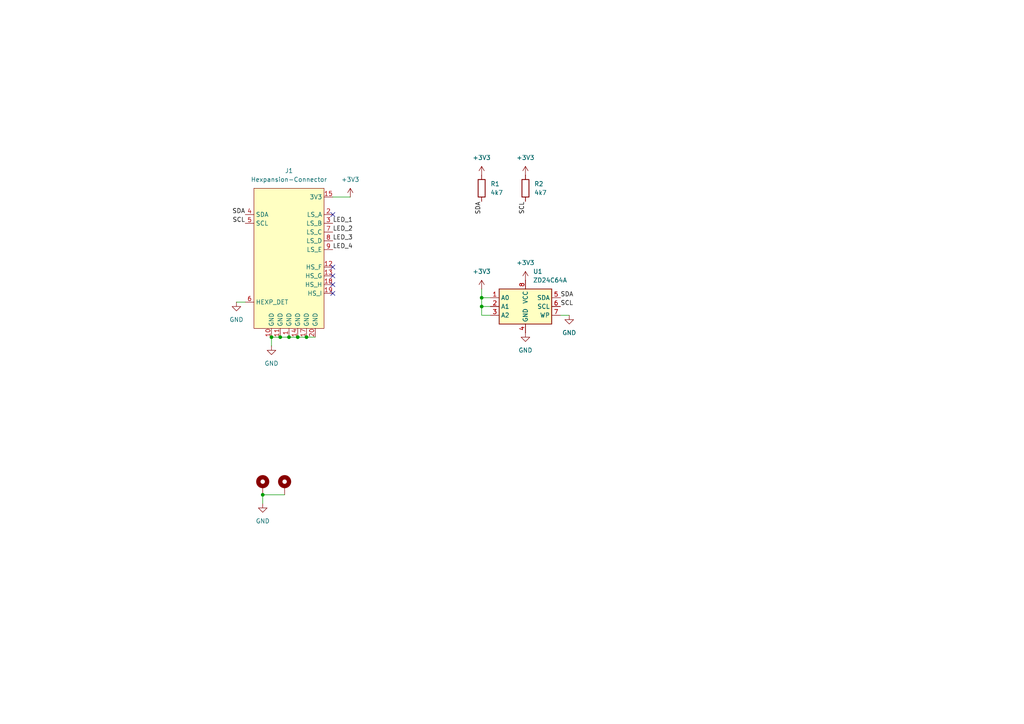
<source format=kicad_sch>
(kicad_sch (version 20231120) (generator "eeschema") (generator_version "8.0")
  (paper "A4")
  (lib_symbols
    (symbol "Device:R" (pin_numbers hide) (pin_names (offset 0))
      (property "Reference" "R" (at 2.032 0 90))
      (property "Value" "R" (at 0 0 90))
      (symbol "R_0_1"
        (rectangle (start -1.016 -2.54) (end 1.016 2.54) (stroke (width 0.254)))
      )
      (symbol "R_1_1"
        (pin passive line (at 0 3.81 270) (length 1.27) (name "~") (number "1"))
        (pin passive line (at 0 -3.81 90) (length 1.27) (name "~") (number "2"))
      )
    )
    (symbol "Mechanical:MountingHole_Pad" (pin_numbers hide) (pin_names (offset 1.016) hide)
      (property "Reference" "H" (at 0 6.35 0))
      (property "Value" "MountingHole_Pad" (at 0 4.445 0))
      (symbol "MountingHole_Pad_0_1"
        (circle (center 0 1.27) (radius 1.27) (stroke (width 1.27)))
      )
      (symbol "MountingHole_Pad_1_1"
        (pin input line (at 0 -2.54 90) (length 2.54) (name "1") (number "1"))
      )
    )
    (symbol "ZD24C64A_1"
      (property "Reference" "U" (at 0 0 0))
      (property "Value" "ZD24C64A" (at 0 0 0))
      (symbol "ZD24C64A_1_1_1"
        (rectangle (start -7.62 5.08) (end 7.62 -5.08) (stroke (width 0.254)) (fill (type background)))
        (pin input line (at -10.16 2.54 0) (length 2.54) (name "A0") (number "1"))
        (pin input line (at -10.16 0 0) (length 2.54) (name "A1") (number "2"))
        (pin input line (at -10.16 -2.54 0) (length 2.54) (name "A2") (number "3"))
        (pin power_in line (at 0 -7.62 90) (length 2.54) (name "GND") (number "4"))
        (pin bidirectional line (at 10.16 2.54 180) (length 2.54) (name "SDA") (number "5"))
        (pin input line (at 10.16 0 180) (length 2.54) (name "SCL") (number "6"))
        (pin input line (at 10.16 -2.54 180) (length 2.54) (name "WP") (number "7"))
        (pin power_in line (at 0 7.62 270) (length 2.54) (name "VCC") (number "8"))
      )
    )
    (symbol "power:+3V3" (power) (pin_numbers hide) (pin_names (offset 0) hide)
      (property "Value" "+3V3" (at 0 3.556 0))
      (symbol "+3V3_0_1"
        (polyline (pts (xy -0.762 1.27) (xy 0 2.54)))
        (polyline (pts (xy 0 0) (xy 0 2.54)))
        (polyline (pts (xy 0 2.54) (xy 0.762 1.27)))
      )
      (symbol "+3V3_1_1"
        (pin power_in line (at 0 0 90) (length 0) (name "~") (number "1"))
      )
    )
    (symbol "power:GND" (power) (pin_numbers hide) (pin_names (offset 0) hide)
      (property "Value" "GND" (at 0 -3.81 0))
      (symbol "GND_0_1"
        (polyline (pts (xy 0 0) (xy 0 -1.27) (xy 1.27 -1.27) (xy 0 -2.54) (xy -1.27 -1.27) (xy 0 -1.27)))
      )
      (symbol "GND_1_1"
        (pin power_in line (at 0 0 270) (length 0) (name "~") (number "1"))
      )
    )
    (symbol "tildagon:hexpansion-edge-connector" (in_bom no)
      (property "Reference" "J" (at -6.35 17.78 0))
      (property "Value" "Hexpansion-Connector" (at 0 21.59 0))
      (symbol "hexpansion-edge-connector_1_1"
        (rectangle (start -10.16 20.32) (end 10.16 -20.32) (fill (type background)))
        (pin power_out line (at 0 -22.86 90) (length 2.54) (name "GND") (number "1"))
        (pin passive line (at -5.08 -22.86 90) (length 2.54) (name "GND") (number "10"))
        (pin passive line (at -2.54 -22.86 90) (length 2.54) (name "GND") (number "11"))
        (pin bidirectional line (at 12.7 -2.54 180) (length 2.54) (name "HS_F") (number "12"))
        (pin bidirectional line (at 12.7 -5.08 180) (length 2.54) (name "HS_G") (number "13"))
        (pin passive line (at 2.54 -22.86 90) (length 2.54) (name "GND") (number "14"))
        (pin power_out line (at 12.7 17.78 180) (length 2.54) (name "3V3") (number "15"))
        (pin passive line (at 12.7 17.78 180) (length 2.54) hide (name "3V3") (number "16"))
        (pin passive line (at 5.08 -22.86 90) (length 2.54) (name "GND") (number "17"))
        (pin bidirectional line (at 12.7 -7.62 180) (length 2.54) (name "HS_H") (number "18"))
        (pin bidirectional line (at 12.7 -10.16 180) (length 2.54) (name "HS_I") (number "19"))
        (pin bidirectional line (at 12.7 12.7 180) (length 2.54) (name "LS_A") (number "2"))
        (pin passive line (at 7.62 -22.86 90) (length 2.54) (name "GND") (number "20"))
        (pin bidirectional line (at 12.7 10.16 180) (length 2.54) (name "LS_B") (number "3"))
        (pin bidirectional line (at -12.7 12.7 0) (length 2.54) (name "SDA") (number "4"))
        (pin output line (at -12.7 10.16 0) (length 2.54) (name "SCL") (number "5"))
        (pin bidirectional line (at -12.7 -12.7 0) (length 2.54) (name "HEXP_DET") (number "6"))
        (pin bidirectional line (at 12.7 7.62 180) (length 2.54) (name "LS_C") (number "7"))
        (pin bidirectional line (at 12.7 5.08 180) (length 2.54) (name "LS_D") (number "8"))
        (pin bidirectional line (at 12.7 2.54 180) (length 2.54) (name "LS_E") (number "9"))
      )
    )
  )
  (junction (at 88.9 97.79))
  (junction (at 139.7 86.36))
  (junction (at 81.28 97.79))
  (junction (at 86.36 97.79))
  (junction (at 83.82 97.79))
  (junction (at 78.74 97.79))
  (junction (at 139.7 88.9))
  (junction (at 76.2 143.51))
  (no_connect (at 96.52 85.09))
  (no_connect (at 96.52 62.23))
  (no_connect (at 96.52 82.55))
  (no_connect (at 96.52 77.47))
  (no_connect (at 96.52 80.01))
  (wire (pts (xy 76.2 143.51) (xy 82.55 143.51)))
  (wire (pts (xy 81.28 97.79) (xy 83.82 97.79)))
  (wire (pts (xy 83.82 97.79) (xy 86.36 97.79)))
  (wire (pts (xy 76.2 143.51) (xy 76.2 146.05)))
  (wire (pts (xy 86.36 97.79) (xy 88.9 97.79)))
  (wire (pts (xy 162.56 91.44) (xy 165.1 91.44)))
  (wire (pts (xy 139.7 83.82) (xy 139.7 86.36)))
  (wire (pts (xy 78.74 97.79) (xy 78.74 100.33)))
  (wire (pts (xy 139.7 88.9) (xy 142.24 88.9)))
  (wire (pts (xy 96.52 57.15) (xy 101.6 57.15)))
  (wire (pts (xy 68.58 87.63) (xy 71.12 87.63)))
  (wire (pts (xy 139.7 86.36) (xy 139.7 88.9)))
  (wire (pts (xy 139.7 88.9) (xy 139.7 91.44)))
  (wire (pts (xy 139.7 86.36) (xy 142.24 86.36)))
  (wire (pts (xy 88.9 97.79) (xy 91.44 97.79)))
  (wire (pts (xy 139.7 91.44) (xy 142.24 91.44)))
  (wire (pts (xy 78.74 97.79) (xy 81.28 97.79)))
  (label "SCL" (at 152.4 58.42 270))
  (label "LED_2" (at 96.52 67.31 0))
  (label "SCL" (at 71.12 64.77 180))
  (label "SCL" (at 162.56 88.9 0))
  (label "SDA" (at 71.12 62.23 180))
  (label "SDA" (at 162.56 86.36 0))
  (label "LED_4" (at 96.52 72.39 0))
  (label "SDA" (at 139.7 58.42 270))
  (label "LED_1" (at 96.52 64.77 0))
  (label "LED_3" (at 96.52 69.85 0))
  (symbol (lib_id "power:GND") (at 165.1 91.44 0) (unit 1)
    (property "Reference" "#PWR011" (effects (hide yes)))
    (property "Value" "GND" (at 165.1 96.52 0))
    (property "Description" "Power symbol creates a global label with name \"GND\" , ground" (effects (hide yes)))
  )
  (symbol (lib_id "power:+3V3") (at 101.6 57.15 0) (unit 1)
    (property "Reference" "#PWR05" (effects (hide yes)))
    (property "Value" "+3V3" (at 101.6 52.07 0))
    (property "Description" "Power symbol creates a global label with name \"+3V3\"" (effects (hide yes)))
  )
  (symbol (lib_id "Mechanical:MountingHole_Pad") (at 76.2 140.97 0) (unit 1)
    (property "Reference" "H1" (effects (hide yes)))
    (property "Value" "MountingHole_Pad" (effects (hide yes)))
    (property "Footprint" "MountingHole:MountingHole_2.2mm_M2_Pad_Via" (effects (hide yes)))
  )
  (symbol (lib_id "power:GND") (at 78.74 100.33 0) (unit 1)
    (property "Reference" "#PWR01" (effects (hide yes)))
    (property "Value" "GND" (at 78.74 105.41 0))
    (property "Description" "Power symbol creates a global label with name \"GND\" , ground" (effects (hide yes)))
  )
  (symbol (lib_name "ZD24C64A_1") (lib_id "hexpansion:ZD24C64A") (at 152.4 88.9 0) (unit 1)
    (property "Reference" "U1" (at 154.5941 78.74 0) (effects (justify left)))
    (property "Value" "ZD24C64A" (at 154.5941 81.28 0) (effects (justify left)))
    (property "Footprint" "Package_SO:TSSOP-8_4.4x3mm_P0.65mm" (effects (hide yes)))
    (property "Datasheet" "https://www.lcsc.com/datasheet/lcsc_datasheet_2108150430_Zetta-ZD24C64A-XGMT_C2875852.pdf" (effects (hide yes)))
    (property "Description" "64Kbit 1MHz I2C TSSOP-8 EEPROM ROHS " (effects (hide yes)))
  )
  (symbol (lib_id "power:GND") (at 76.2 146.05 0) (unit 1)
    (property "Reference" "#PWR02" (effects (hide yes)))
    (property "Value" "GND" (at 76.2 151.13 0))
    (property "Description" "Power symbol creates a global label with name \"GND\" , ground" (effects (hide yes)))
  )
  (symbol (lib_id "Mechanical:MountingHole_Pad") (at 82.55 140.97 0) (unit 1)
    (property "Reference" "H2" (effects (hide yes)))
    (property "Value" "MountingHole_Pad" (effects (hide yes)))
    (property "Footprint" "MountingHole:MountingHole_2.2mm_M2_Pad_Via" (effects (hide yes)))
  )
  (symbol (lib_id "power:+3V3") (at 139.7 50.8 0) (unit 1)
    (property "Reference" "#PWR07" (effects (hide yes)))
    (property "Value" "+3V3" (at 139.7 45.72 0))
    (property "Description" "Power symbol creates a global label with name \"+3V3\"" (effects (hide yes)))
  )
  (symbol (lib_id "tildagon:hexpansion-edge-connector") (at 83.82 74.93 0) (unit 1) (exclude_from_sim yes) (in_bom no)
    (property "Reference" "J1" (at 83.82 49.53 0))
    (property "Value" "Hexpansion-Connector" (at 83.82 52.07 0))
    (property "Footprint" "tildagon:hexpansion-edge-connector" (effects (hide yes)))
  )
  (symbol (lib_id "power:GND") (at 68.58 87.63 0) (unit 1)
    (property "Reference" "#PWR03" (effects (hide yes)))
    (property "Value" "GND" (at 68.58 92.71 0))
    (property "Description" "Power symbol creates a global label with name \"GND\" , ground" (effects (hide yes)))
  )
  (symbol (lib_id "power:+3V3") (at 152.4 50.8 0) (unit 1)
    (property "Reference" "#PWR08" (effects (hide yes)))
    (property "Value" "+3V3" (at 152.4 45.72 0))
    (property "Description" "Power symbol creates a global label with name \"+3V3\"" (effects (hide yes)))
  )
  (symbol (lib_id "Device:R") (at 139.7 54.61 0) (unit 1)
    (property "Reference" "R1" (at 142.24 53.3399 0) (effects (justify left)))
    (property "Value" "4k7" (at 142.24 55.8799 0) (effects (justify left)))
    (property "Footprint" "Resistor_SMD:R_0402_1005Metric" (effects (hide yes)))
    (property "Description" "Resistor" (effects (hide yes)))
  )
  (symbol (lib_id "power:+3V3") (at 139.7 83.82 0) (unit 1)
    (property "Reference" "#PWR012" (effects (hide yes)))
    (property "Value" "+3V3" (at 139.7 78.74 0))
    (property "Description" "Power symbol creates a global label with name \"+3V3\"" (effects (hide yes)))
  )
  (symbol (lib_id "power:+3V3") (at 152.4 81.28 0) (unit 1)
    (property "Reference" "#PWR09" (effects (hide yes)))
    (property "Value" "+3V3" (at 152.4 76.2 0))
    (property "Description" "Power symbol creates a global label with name \"+3V3\"" (effects (hide yes)))
  )
  (symbol (lib_id "power:GND") (at 152.4 96.52 0) (unit 1)
    (property "Reference" "#PWR010" (effects (hide yes)))
    (property "Value" "GND" (at 152.4 101.6 0))
    (property "Description" "Power symbol creates a global label with name \"GND\" , ground" (effects (hide yes)))
  )
  (symbol (lib_id "Device:R") (at 152.4 54.61 0) (unit 1)
    (property "Reference" "R2" (at 154.94 53.3399 0) (effects (justify left)))
    (property "Value" "4k7" (at 154.94 55.8799 0) (effects (justify left)))
    (property "Footprint" "Resistor_SMD:R_0402_1005Metric" (effects (hide yes)))
    (property "Description" "Resistor" (effects (hide yes)))
  )
)
</source>
